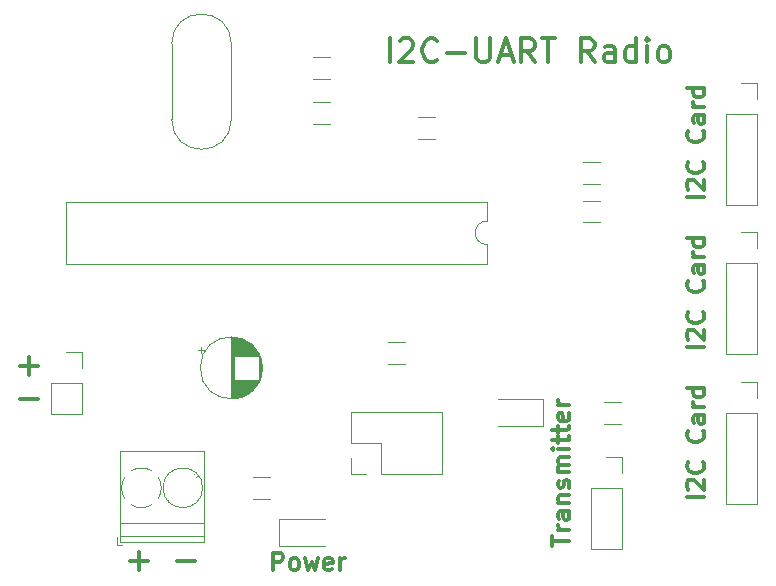
<source format=gbr>
%TF.GenerationSoftware,KiCad,Pcbnew,5.1.9+dfsg1-1+deb11u1*%
%TF.CreationDate,2022-11-29T20:17:50-05:00*%
%TF.ProjectId,Weather_Station_PCB,57656174-6865-4725-9f53-746174696f6e,rev?*%
%TF.SameCoordinates,Original*%
%TF.FileFunction,Legend,Top*%
%TF.FilePolarity,Positive*%
%FSLAX46Y46*%
G04 Gerber Fmt 4.6, Leading zero omitted, Abs format (unit mm)*
G04 Created by KiCad (PCBNEW 5.1.9+dfsg1-1+deb11u1) date 2022-11-29 20:17:50*
%MOMM*%
%LPD*%
G01*
G04 APERTURE LIST*
%ADD10C,0.300000*%
%ADD11C,0.120000*%
G04 APERTURE END LIST*
D10*
X158190476Y-71904761D02*
X158190476Y-69904761D01*
X159047619Y-70095238D02*
X159142857Y-70000000D01*
X159333333Y-69904761D01*
X159809523Y-69904761D01*
X160000000Y-70000000D01*
X160095238Y-70095238D01*
X160190476Y-70285714D01*
X160190476Y-70476190D01*
X160095238Y-70761904D01*
X158952380Y-71904761D01*
X160190476Y-71904761D01*
X162190476Y-71714285D02*
X162095238Y-71809523D01*
X161809523Y-71904761D01*
X161619047Y-71904761D01*
X161333333Y-71809523D01*
X161142857Y-71619047D01*
X161047619Y-71428571D01*
X160952380Y-71047619D01*
X160952380Y-70761904D01*
X161047619Y-70380952D01*
X161142857Y-70190476D01*
X161333333Y-70000000D01*
X161619047Y-69904761D01*
X161809523Y-69904761D01*
X162095238Y-70000000D01*
X162190476Y-70095238D01*
X163047619Y-71142857D02*
X164571428Y-71142857D01*
X165523809Y-69904761D02*
X165523809Y-71523809D01*
X165619047Y-71714285D01*
X165714285Y-71809523D01*
X165904761Y-71904761D01*
X166285714Y-71904761D01*
X166476190Y-71809523D01*
X166571428Y-71714285D01*
X166666666Y-71523809D01*
X166666666Y-69904761D01*
X167523809Y-71333333D02*
X168476190Y-71333333D01*
X167333333Y-71904761D02*
X168000000Y-69904761D01*
X168666666Y-71904761D01*
X170476190Y-71904761D02*
X169809523Y-70952380D01*
X169333333Y-71904761D02*
X169333333Y-69904761D01*
X170095238Y-69904761D01*
X170285714Y-70000000D01*
X170380952Y-70095238D01*
X170476190Y-70285714D01*
X170476190Y-70571428D01*
X170380952Y-70761904D01*
X170285714Y-70857142D01*
X170095238Y-70952380D01*
X169333333Y-70952380D01*
X171047619Y-69904761D02*
X172190476Y-69904761D01*
X171619047Y-71904761D02*
X171619047Y-69904761D01*
X175523809Y-71904761D02*
X174857142Y-70952380D01*
X174380952Y-71904761D02*
X174380952Y-69904761D01*
X175142857Y-69904761D01*
X175333333Y-70000000D01*
X175428571Y-70095238D01*
X175523809Y-70285714D01*
X175523809Y-70571428D01*
X175428571Y-70761904D01*
X175333333Y-70857142D01*
X175142857Y-70952380D01*
X174380952Y-70952380D01*
X177238095Y-71904761D02*
X177238095Y-70857142D01*
X177142857Y-70666666D01*
X176952380Y-70571428D01*
X176571428Y-70571428D01*
X176380952Y-70666666D01*
X177238095Y-71809523D02*
X177047619Y-71904761D01*
X176571428Y-71904761D01*
X176380952Y-71809523D01*
X176285714Y-71619047D01*
X176285714Y-71428571D01*
X176380952Y-71238095D01*
X176571428Y-71142857D01*
X177047619Y-71142857D01*
X177238095Y-71047619D01*
X179047619Y-71904761D02*
X179047619Y-69904761D01*
X179047619Y-71809523D02*
X178857142Y-71904761D01*
X178476190Y-71904761D01*
X178285714Y-71809523D01*
X178190476Y-71714285D01*
X178095238Y-71523809D01*
X178095238Y-70952380D01*
X178190476Y-70761904D01*
X178285714Y-70666666D01*
X178476190Y-70571428D01*
X178857142Y-70571428D01*
X179047619Y-70666666D01*
X180000000Y-71904761D02*
X180000000Y-70571428D01*
X180000000Y-69904761D02*
X179904761Y-70000000D01*
X180000000Y-70095238D01*
X180095238Y-70000000D01*
X180000000Y-69904761D01*
X180000000Y-70095238D01*
X181238095Y-71904761D02*
X181047619Y-71809523D01*
X180952380Y-71714285D01*
X180857142Y-71523809D01*
X180857142Y-70952380D01*
X180952380Y-70761904D01*
X181047619Y-70666666D01*
X181238095Y-70571428D01*
X181523809Y-70571428D01*
X181714285Y-70666666D01*
X181809523Y-70761904D01*
X181904761Y-70952380D01*
X181904761Y-71523809D01*
X181809523Y-71714285D01*
X181714285Y-71809523D01*
X181523809Y-71904761D01*
X181238095Y-71904761D01*
X148285714Y-114928571D02*
X148285714Y-113428571D01*
X148857142Y-113428571D01*
X149000000Y-113500000D01*
X149071428Y-113571428D01*
X149142857Y-113714285D01*
X149142857Y-113928571D01*
X149071428Y-114071428D01*
X149000000Y-114142857D01*
X148857142Y-114214285D01*
X148285714Y-114214285D01*
X150000000Y-114928571D02*
X149857142Y-114857142D01*
X149785714Y-114785714D01*
X149714285Y-114642857D01*
X149714285Y-114214285D01*
X149785714Y-114071428D01*
X149857142Y-114000000D01*
X150000000Y-113928571D01*
X150214285Y-113928571D01*
X150357142Y-114000000D01*
X150428571Y-114071428D01*
X150500000Y-114214285D01*
X150500000Y-114642857D01*
X150428571Y-114785714D01*
X150357142Y-114857142D01*
X150214285Y-114928571D01*
X150000000Y-114928571D01*
X151000000Y-113928571D02*
X151285714Y-114928571D01*
X151571428Y-114214285D01*
X151857142Y-114928571D01*
X152142857Y-113928571D01*
X153285714Y-114857142D02*
X153142857Y-114928571D01*
X152857142Y-114928571D01*
X152714285Y-114857142D01*
X152642857Y-114714285D01*
X152642857Y-114142857D01*
X152714285Y-114000000D01*
X152857142Y-113928571D01*
X153142857Y-113928571D01*
X153285714Y-114000000D01*
X153357142Y-114142857D01*
X153357142Y-114285714D01*
X152642857Y-114428571D01*
X154000000Y-114928571D02*
X154000000Y-113928571D01*
X154000000Y-114214285D02*
X154071428Y-114071428D01*
X154142857Y-114000000D01*
X154285714Y-113928571D01*
X154428571Y-113928571D01*
X126898095Y-100392857D02*
X128421904Y-100392857D01*
X126898095Y-97642857D02*
X128421904Y-97642857D01*
X127660000Y-98404761D02*
X127660000Y-96880952D01*
X140148095Y-114142857D02*
X141671904Y-114142857D01*
X136148095Y-114142857D02*
X137671904Y-114142857D01*
X136910000Y-114904761D02*
X136910000Y-113380952D01*
X171898571Y-112858571D02*
X171898571Y-112001428D01*
X173398571Y-112430000D02*
X171898571Y-112430000D01*
X173398571Y-111501428D02*
X172398571Y-111501428D01*
X172684285Y-111501428D02*
X172541428Y-111430000D01*
X172470000Y-111358571D01*
X172398571Y-111215714D01*
X172398571Y-111072857D01*
X173398571Y-109930000D02*
X172612857Y-109930000D01*
X172470000Y-110001428D01*
X172398571Y-110144285D01*
X172398571Y-110430000D01*
X172470000Y-110572857D01*
X173327142Y-109930000D02*
X173398571Y-110072857D01*
X173398571Y-110430000D01*
X173327142Y-110572857D01*
X173184285Y-110644285D01*
X173041428Y-110644285D01*
X172898571Y-110572857D01*
X172827142Y-110430000D01*
X172827142Y-110072857D01*
X172755714Y-109930000D01*
X172398571Y-109215714D02*
X173398571Y-109215714D01*
X172541428Y-109215714D02*
X172470000Y-109144285D01*
X172398571Y-109001428D01*
X172398571Y-108787142D01*
X172470000Y-108644285D01*
X172612857Y-108572857D01*
X173398571Y-108572857D01*
X173327142Y-107930000D02*
X173398571Y-107787142D01*
X173398571Y-107501428D01*
X173327142Y-107358571D01*
X173184285Y-107287142D01*
X173112857Y-107287142D01*
X172970000Y-107358571D01*
X172898571Y-107501428D01*
X172898571Y-107715714D01*
X172827142Y-107858571D01*
X172684285Y-107930000D01*
X172612857Y-107930000D01*
X172470000Y-107858571D01*
X172398571Y-107715714D01*
X172398571Y-107501428D01*
X172470000Y-107358571D01*
X173398571Y-106644285D02*
X172398571Y-106644285D01*
X172541428Y-106644285D02*
X172470000Y-106572857D01*
X172398571Y-106430000D01*
X172398571Y-106215714D01*
X172470000Y-106072857D01*
X172612857Y-106001428D01*
X173398571Y-106001428D01*
X172612857Y-106001428D02*
X172470000Y-105930000D01*
X172398571Y-105787142D01*
X172398571Y-105572857D01*
X172470000Y-105430000D01*
X172612857Y-105358571D01*
X173398571Y-105358571D01*
X173398571Y-104644285D02*
X172398571Y-104644285D01*
X171898571Y-104644285D02*
X171970000Y-104715714D01*
X172041428Y-104644285D01*
X171970000Y-104572857D01*
X171898571Y-104644285D01*
X172041428Y-104644285D01*
X172398571Y-104144285D02*
X172398571Y-103572857D01*
X171898571Y-103930000D02*
X173184285Y-103930000D01*
X173327142Y-103858571D01*
X173398571Y-103715714D01*
X173398571Y-103572857D01*
X172398571Y-103287142D02*
X172398571Y-102715714D01*
X171898571Y-103072857D02*
X173184285Y-103072857D01*
X173327142Y-103001428D01*
X173398571Y-102858571D01*
X173398571Y-102715714D01*
X173327142Y-101644285D02*
X173398571Y-101787142D01*
X173398571Y-102072857D01*
X173327142Y-102215714D01*
X173184285Y-102287142D01*
X172612857Y-102287142D01*
X172470000Y-102215714D01*
X172398571Y-102072857D01*
X172398571Y-101787142D01*
X172470000Y-101644285D01*
X172612857Y-101572857D01*
X172755714Y-101572857D01*
X172898571Y-102287142D01*
X173398571Y-100930000D02*
X172398571Y-100930000D01*
X172684285Y-100930000D02*
X172541428Y-100858571D01*
X172470000Y-100787142D01*
X172398571Y-100644285D01*
X172398571Y-100501428D01*
X184828571Y-83347142D02*
X183328571Y-83347142D01*
X183471428Y-82704285D02*
X183400000Y-82632857D01*
X183328571Y-82490000D01*
X183328571Y-82132857D01*
X183400000Y-81990000D01*
X183471428Y-81918571D01*
X183614285Y-81847142D01*
X183757142Y-81847142D01*
X183971428Y-81918571D01*
X184828571Y-82775714D01*
X184828571Y-81847142D01*
X184685714Y-80347142D02*
X184757142Y-80418571D01*
X184828571Y-80632857D01*
X184828571Y-80775714D01*
X184757142Y-80990000D01*
X184614285Y-81132857D01*
X184471428Y-81204285D01*
X184185714Y-81275714D01*
X183971428Y-81275714D01*
X183685714Y-81204285D01*
X183542857Y-81132857D01*
X183400000Y-80990000D01*
X183328571Y-80775714D01*
X183328571Y-80632857D01*
X183400000Y-80418571D01*
X183471428Y-80347142D01*
X184685714Y-77704285D02*
X184757142Y-77775714D01*
X184828571Y-77990000D01*
X184828571Y-78132857D01*
X184757142Y-78347142D01*
X184614285Y-78490000D01*
X184471428Y-78561428D01*
X184185714Y-78632857D01*
X183971428Y-78632857D01*
X183685714Y-78561428D01*
X183542857Y-78490000D01*
X183400000Y-78347142D01*
X183328571Y-78132857D01*
X183328571Y-77990000D01*
X183400000Y-77775714D01*
X183471428Y-77704285D01*
X184828571Y-76418571D02*
X184042857Y-76418571D01*
X183900000Y-76490000D01*
X183828571Y-76632857D01*
X183828571Y-76918571D01*
X183900000Y-77061428D01*
X184757142Y-76418571D02*
X184828571Y-76561428D01*
X184828571Y-76918571D01*
X184757142Y-77061428D01*
X184614285Y-77132857D01*
X184471428Y-77132857D01*
X184328571Y-77061428D01*
X184257142Y-76918571D01*
X184257142Y-76561428D01*
X184185714Y-76418571D01*
X184828571Y-75704285D02*
X183828571Y-75704285D01*
X184114285Y-75704285D02*
X183971428Y-75632857D01*
X183900000Y-75561428D01*
X183828571Y-75418571D01*
X183828571Y-75275714D01*
X184828571Y-74132857D02*
X183328571Y-74132857D01*
X184757142Y-74132857D02*
X184828571Y-74275714D01*
X184828571Y-74561428D01*
X184757142Y-74704285D01*
X184685714Y-74775714D01*
X184542857Y-74847142D01*
X184114285Y-74847142D01*
X183971428Y-74775714D01*
X183900000Y-74704285D01*
X183828571Y-74561428D01*
X183828571Y-74275714D01*
X183900000Y-74132857D01*
X184828571Y-96047142D02*
X183328571Y-96047142D01*
X183471428Y-95404285D02*
X183400000Y-95332857D01*
X183328571Y-95190000D01*
X183328571Y-94832857D01*
X183400000Y-94690000D01*
X183471428Y-94618571D01*
X183614285Y-94547142D01*
X183757142Y-94547142D01*
X183971428Y-94618571D01*
X184828571Y-95475714D01*
X184828571Y-94547142D01*
X184685714Y-93047142D02*
X184757142Y-93118571D01*
X184828571Y-93332857D01*
X184828571Y-93475714D01*
X184757142Y-93690000D01*
X184614285Y-93832857D01*
X184471428Y-93904285D01*
X184185714Y-93975714D01*
X183971428Y-93975714D01*
X183685714Y-93904285D01*
X183542857Y-93832857D01*
X183400000Y-93690000D01*
X183328571Y-93475714D01*
X183328571Y-93332857D01*
X183400000Y-93118571D01*
X183471428Y-93047142D01*
X184685714Y-90404285D02*
X184757142Y-90475714D01*
X184828571Y-90690000D01*
X184828571Y-90832857D01*
X184757142Y-91047142D01*
X184614285Y-91190000D01*
X184471428Y-91261428D01*
X184185714Y-91332857D01*
X183971428Y-91332857D01*
X183685714Y-91261428D01*
X183542857Y-91190000D01*
X183400000Y-91047142D01*
X183328571Y-90832857D01*
X183328571Y-90690000D01*
X183400000Y-90475714D01*
X183471428Y-90404285D01*
X184828571Y-89118571D02*
X184042857Y-89118571D01*
X183900000Y-89190000D01*
X183828571Y-89332857D01*
X183828571Y-89618571D01*
X183900000Y-89761428D01*
X184757142Y-89118571D02*
X184828571Y-89261428D01*
X184828571Y-89618571D01*
X184757142Y-89761428D01*
X184614285Y-89832857D01*
X184471428Y-89832857D01*
X184328571Y-89761428D01*
X184257142Y-89618571D01*
X184257142Y-89261428D01*
X184185714Y-89118571D01*
X184828571Y-88404285D02*
X183828571Y-88404285D01*
X184114285Y-88404285D02*
X183971428Y-88332857D01*
X183900000Y-88261428D01*
X183828571Y-88118571D01*
X183828571Y-87975714D01*
X184828571Y-86832857D02*
X183328571Y-86832857D01*
X184757142Y-86832857D02*
X184828571Y-86975714D01*
X184828571Y-87261428D01*
X184757142Y-87404285D01*
X184685714Y-87475714D01*
X184542857Y-87547142D01*
X184114285Y-87547142D01*
X183971428Y-87475714D01*
X183900000Y-87404285D01*
X183828571Y-87261428D01*
X183828571Y-86975714D01*
X183900000Y-86832857D01*
X184828571Y-108747142D02*
X183328571Y-108747142D01*
X183471428Y-108104285D02*
X183400000Y-108032857D01*
X183328571Y-107890000D01*
X183328571Y-107532857D01*
X183400000Y-107390000D01*
X183471428Y-107318571D01*
X183614285Y-107247142D01*
X183757142Y-107247142D01*
X183971428Y-107318571D01*
X184828571Y-108175714D01*
X184828571Y-107247142D01*
X184685714Y-105747142D02*
X184757142Y-105818571D01*
X184828571Y-106032857D01*
X184828571Y-106175714D01*
X184757142Y-106390000D01*
X184614285Y-106532857D01*
X184471428Y-106604285D01*
X184185714Y-106675714D01*
X183971428Y-106675714D01*
X183685714Y-106604285D01*
X183542857Y-106532857D01*
X183400000Y-106390000D01*
X183328571Y-106175714D01*
X183328571Y-106032857D01*
X183400000Y-105818571D01*
X183471428Y-105747142D01*
X184685714Y-103104285D02*
X184757142Y-103175714D01*
X184828571Y-103390000D01*
X184828571Y-103532857D01*
X184757142Y-103747142D01*
X184614285Y-103890000D01*
X184471428Y-103961428D01*
X184185714Y-104032857D01*
X183971428Y-104032857D01*
X183685714Y-103961428D01*
X183542857Y-103890000D01*
X183400000Y-103747142D01*
X183328571Y-103532857D01*
X183328571Y-103390000D01*
X183400000Y-103175714D01*
X183471428Y-103104285D01*
X184828571Y-101818571D02*
X184042857Y-101818571D01*
X183900000Y-101890000D01*
X183828571Y-102032857D01*
X183828571Y-102318571D01*
X183900000Y-102461428D01*
X184757142Y-101818571D02*
X184828571Y-101961428D01*
X184828571Y-102318571D01*
X184757142Y-102461428D01*
X184614285Y-102532857D01*
X184471428Y-102532857D01*
X184328571Y-102461428D01*
X184257142Y-102318571D01*
X184257142Y-101961428D01*
X184185714Y-101818571D01*
X184828571Y-101104285D02*
X183828571Y-101104285D01*
X184114285Y-101104285D02*
X183971428Y-101032857D01*
X183900000Y-100961428D01*
X183828571Y-100818571D01*
X183828571Y-100675714D01*
X184828571Y-99532857D02*
X183328571Y-99532857D01*
X184757142Y-99532857D02*
X184828571Y-99675714D01*
X184828571Y-99961428D01*
X184757142Y-100104285D01*
X184685714Y-100175714D01*
X184542857Y-100247142D01*
X184114285Y-100247142D01*
X183971428Y-100175714D01*
X183900000Y-100104285D01*
X183828571Y-99961428D01*
X183828571Y-99675714D01*
X183900000Y-99532857D01*
D11*
%TO.C,R6*%
X174532936Y-83660000D02*
X175987064Y-83660000D01*
X174532936Y-85480000D02*
X175987064Y-85480000D01*
%TO.C,R5*%
X174532936Y-80370000D02*
X175987064Y-80370000D01*
X174532936Y-82190000D02*
X175987064Y-82190000D01*
%TO.C,J8*%
X142340000Y-107950000D02*
G75*
G03*
X142340000Y-107950000I-1680000J0D01*
G01*
X135350000Y-112050000D02*
X142470000Y-112050000D01*
X135350000Y-110950000D02*
X142470000Y-110950000D01*
X135350000Y-104790000D02*
X142470000Y-104790000D01*
X135350000Y-112510000D02*
X142470000Y-112510000D01*
X135350000Y-104790000D02*
X135350000Y-112510000D01*
X142470000Y-104790000D02*
X142470000Y-112510000D01*
X141935000Y-106881000D02*
X141806000Y-107009000D01*
X139685000Y-109131000D02*
X139591000Y-109224000D01*
X141730000Y-106675000D02*
X141636000Y-106769000D01*
X139515000Y-108891000D02*
X139386000Y-109019000D01*
X135110000Y-112110000D02*
X135110000Y-112750000D01*
X135110000Y-112750000D02*
X135510000Y-112750000D01*
X137188674Y-109630099D02*
G75*
G02*
X136294000Y-109390000I-28674J1680099D01*
G01*
X135734642Y-108839894D02*
G75*
G02*
X135720000Y-107084000I1425358J889894D01*
G01*
X136270106Y-106524642D02*
G75*
G02*
X138026000Y-106510000I889894J-1425358D01*
G01*
X138585505Y-107059807D02*
G75*
G02*
X138585000Y-108841000I-1425505J-890193D01*
G01*
X138050264Y-109374721D02*
G75*
G02*
X137160000Y-109630000I-890264J1424721D01*
G01*
%TO.C,C1*%
X147380000Y-97790000D02*
G75*
G03*
X147380000Y-97790000I-2620000J0D01*
G01*
X144760000Y-95210000D02*
X144760000Y-100370000D01*
X144800000Y-95210000D02*
X144800000Y-100370000D01*
X144840000Y-95211000D02*
X144840000Y-100369000D01*
X144880000Y-95212000D02*
X144880000Y-100368000D01*
X144920000Y-95214000D02*
X144920000Y-100366000D01*
X144960000Y-95217000D02*
X144960000Y-100363000D01*
X145000000Y-95221000D02*
X145000000Y-96750000D01*
X145000000Y-98830000D02*
X145000000Y-100359000D01*
X145040000Y-95225000D02*
X145040000Y-96750000D01*
X145040000Y-98830000D02*
X145040000Y-100355000D01*
X145080000Y-95229000D02*
X145080000Y-96750000D01*
X145080000Y-98830000D02*
X145080000Y-100351000D01*
X145120000Y-95234000D02*
X145120000Y-96750000D01*
X145120000Y-98830000D02*
X145120000Y-100346000D01*
X145160000Y-95240000D02*
X145160000Y-96750000D01*
X145160000Y-98830000D02*
X145160000Y-100340000D01*
X145200000Y-95247000D02*
X145200000Y-96750000D01*
X145200000Y-98830000D02*
X145200000Y-100333000D01*
X145240000Y-95254000D02*
X145240000Y-96750000D01*
X145240000Y-98830000D02*
X145240000Y-100326000D01*
X145280000Y-95262000D02*
X145280000Y-96750000D01*
X145280000Y-98830000D02*
X145280000Y-100318000D01*
X145320000Y-95270000D02*
X145320000Y-96750000D01*
X145320000Y-98830000D02*
X145320000Y-100310000D01*
X145360000Y-95279000D02*
X145360000Y-96750000D01*
X145360000Y-98830000D02*
X145360000Y-100301000D01*
X145400000Y-95289000D02*
X145400000Y-96750000D01*
X145400000Y-98830000D02*
X145400000Y-100291000D01*
X145440000Y-95299000D02*
X145440000Y-96750000D01*
X145440000Y-98830000D02*
X145440000Y-100281000D01*
X145481000Y-95310000D02*
X145481000Y-96750000D01*
X145481000Y-98830000D02*
X145481000Y-100270000D01*
X145521000Y-95322000D02*
X145521000Y-96750000D01*
X145521000Y-98830000D02*
X145521000Y-100258000D01*
X145561000Y-95335000D02*
X145561000Y-96750000D01*
X145561000Y-98830000D02*
X145561000Y-100245000D01*
X145601000Y-95348000D02*
X145601000Y-96750000D01*
X145601000Y-98830000D02*
X145601000Y-100232000D01*
X145641000Y-95362000D02*
X145641000Y-96750000D01*
X145641000Y-98830000D02*
X145641000Y-100218000D01*
X145681000Y-95376000D02*
X145681000Y-96750000D01*
X145681000Y-98830000D02*
X145681000Y-100204000D01*
X145721000Y-95392000D02*
X145721000Y-96750000D01*
X145721000Y-98830000D02*
X145721000Y-100188000D01*
X145761000Y-95408000D02*
X145761000Y-96750000D01*
X145761000Y-98830000D02*
X145761000Y-100172000D01*
X145801000Y-95425000D02*
X145801000Y-96750000D01*
X145801000Y-98830000D02*
X145801000Y-100155000D01*
X145841000Y-95442000D02*
X145841000Y-96750000D01*
X145841000Y-98830000D02*
X145841000Y-100138000D01*
X145881000Y-95461000D02*
X145881000Y-96750000D01*
X145881000Y-98830000D02*
X145881000Y-100119000D01*
X145921000Y-95480000D02*
X145921000Y-96750000D01*
X145921000Y-98830000D02*
X145921000Y-100100000D01*
X145961000Y-95500000D02*
X145961000Y-96750000D01*
X145961000Y-98830000D02*
X145961000Y-100080000D01*
X146001000Y-95522000D02*
X146001000Y-96750000D01*
X146001000Y-98830000D02*
X146001000Y-100058000D01*
X146041000Y-95543000D02*
X146041000Y-96750000D01*
X146041000Y-98830000D02*
X146041000Y-100037000D01*
X146081000Y-95566000D02*
X146081000Y-96750000D01*
X146081000Y-98830000D02*
X146081000Y-100014000D01*
X146121000Y-95590000D02*
X146121000Y-96750000D01*
X146121000Y-98830000D02*
X146121000Y-99990000D01*
X146161000Y-95615000D02*
X146161000Y-96750000D01*
X146161000Y-98830000D02*
X146161000Y-99965000D01*
X146201000Y-95641000D02*
X146201000Y-96750000D01*
X146201000Y-98830000D02*
X146201000Y-99939000D01*
X146241000Y-95668000D02*
X146241000Y-96750000D01*
X146241000Y-98830000D02*
X146241000Y-99912000D01*
X146281000Y-95695000D02*
X146281000Y-96750000D01*
X146281000Y-98830000D02*
X146281000Y-99885000D01*
X146321000Y-95725000D02*
X146321000Y-96750000D01*
X146321000Y-98830000D02*
X146321000Y-99855000D01*
X146361000Y-95755000D02*
X146361000Y-96750000D01*
X146361000Y-98830000D02*
X146361000Y-99825000D01*
X146401000Y-95786000D02*
X146401000Y-96750000D01*
X146401000Y-98830000D02*
X146401000Y-99794000D01*
X146441000Y-95819000D02*
X146441000Y-96750000D01*
X146441000Y-98830000D02*
X146441000Y-99761000D01*
X146481000Y-95853000D02*
X146481000Y-96750000D01*
X146481000Y-98830000D02*
X146481000Y-99727000D01*
X146521000Y-95889000D02*
X146521000Y-96750000D01*
X146521000Y-98830000D02*
X146521000Y-99691000D01*
X146561000Y-95926000D02*
X146561000Y-96750000D01*
X146561000Y-98830000D02*
X146561000Y-99654000D01*
X146601000Y-95964000D02*
X146601000Y-96750000D01*
X146601000Y-98830000D02*
X146601000Y-99616000D01*
X146641000Y-96005000D02*
X146641000Y-96750000D01*
X146641000Y-98830000D02*
X146641000Y-99575000D01*
X146681000Y-96047000D02*
X146681000Y-96750000D01*
X146681000Y-98830000D02*
X146681000Y-99533000D01*
X146721000Y-96091000D02*
X146721000Y-96750000D01*
X146721000Y-98830000D02*
X146721000Y-99489000D01*
X146761000Y-96137000D02*
X146761000Y-96750000D01*
X146761000Y-98830000D02*
X146761000Y-99443000D01*
X146801000Y-96185000D02*
X146801000Y-96750000D01*
X146801000Y-98830000D02*
X146801000Y-99395000D01*
X146841000Y-96236000D02*
X146841000Y-96750000D01*
X146841000Y-98830000D02*
X146841000Y-99344000D01*
X146881000Y-96290000D02*
X146881000Y-96750000D01*
X146881000Y-98830000D02*
X146881000Y-99290000D01*
X146921000Y-96347000D02*
X146921000Y-96750000D01*
X146921000Y-98830000D02*
X146921000Y-99233000D01*
X146961000Y-96407000D02*
X146961000Y-96750000D01*
X146961000Y-98830000D02*
X146961000Y-99173000D01*
X147001000Y-96471000D02*
X147001000Y-96750000D01*
X147001000Y-98830000D02*
X147001000Y-99109000D01*
X147041000Y-96539000D02*
X147041000Y-96750000D01*
X147041000Y-98830000D02*
X147041000Y-99041000D01*
X147081000Y-96612000D02*
X147081000Y-98968000D01*
X147121000Y-96692000D02*
X147121000Y-98888000D01*
X147161000Y-96779000D02*
X147161000Y-98801000D01*
X147201000Y-96875000D02*
X147201000Y-98705000D01*
X147241000Y-96985000D02*
X147241000Y-98595000D01*
X147281000Y-97113000D02*
X147281000Y-98467000D01*
X147321000Y-97272000D02*
X147321000Y-98308000D01*
X147361000Y-97506000D02*
X147361000Y-98074000D01*
X141955225Y-96315000D02*
X142455225Y-96315000D01*
X142205225Y-96065000D02*
X142205225Y-96565000D01*
%TO.C,R4*%
X162017064Y-78380000D02*
X160562936Y-78380000D01*
X162017064Y-76560000D02*
X160562936Y-76560000D01*
%TO.C,J7*%
X186630000Y-88900000D02*
X189290000Y-88900000D01*
X186630000Y-88900000D02*
X186630000Y-96580000D01*
X186630000Y-96580000D02*
X189290000Y-96580000D01*
X189290000Y-88900000D02*
X189290000Y-96580000D01*
X189290000Y-86300000D02*
X189290000Y-87630000D01*
X187960000Y-86300000D02*
X189290000Y-86300000D01*
%TO.C,J6*%
X186630000Y-76290000D02*
X189290000Y-76290000D01*
X186630000Y-76290000D02*
X186630000Y-83970000D01*
X186630000Y-83970000D02*
X189290000Y-83970000D01*
X189290000Y-76290000D02*
X189290000Y-83970000D01*
X189290000Y-73690000D02*
X189290000Y-75020000D01*
X187960000Y-73690000D02*
X189290000Y-73690000D01*
%TO.C,J5*%
X186630000Y-101600000D02*
X189290000Y-101600000D01*
X186630000Y-101600000D02*
X186630000Y-109280000D01*
X186630000Y-109280000D02*
X189290000Y-109280000D01*
X189290000Y-101600000D02*
X189290000Y-109280000D01*
X189290000Y-99000000D02*
X189290000Y-100330000D01*
X187960000Y-99000000D02*
X189290000Y-99000000D01*
%TO.C,J3*%
X144765000Y-70360000D02*
X144765000Y-76760000D01*
X139715000Y-70360000D02*
X139715000Y-76760000D01*
X139715000Y-76760000D02*
G75*
G03*
X144765000Y-76760000I2525000J0D01*
G01*
X139715000Y-70360000D02*
G75*
G02*
X144765000Y-70360000I2525000J0D01*
G01*
%TO.C,U1*%
X166430000Y-89010000D02*
X166430000Y-87360000D01*
X130750000Y-89010000D02*
X166430000Y-89010000D01*
X130750000Y-83710000D02*
X130750000Y-89010000D01*
X166430000Y-83710000D02*
X130750000Y-83710000D01*
X166430000Y-85360000D02*
X166430000Y-83710000D01*
X166430000Y-87360000D02*
G75*
G02*
X166430000Y-85360000I0J1000000D01*
G01*
%TO.C,J4*%
X176530000Y-105350000D02*
X177860000Y-105350000D01*
X177860000Y-105350000D02*
X177860000Y-106680000D01*
X177860000Y-107950000D02*
X177860000Y-113090000D01*
X175200000Y-113090000D02*
X177860000Y-113090000D01*
X175200000Y-107950000D02*
X175200000Y-113090000D01*
X175200000Y-107950000D02*
X177860000Y-107950000D01*
%TO.C,J2*%
X154880000Y-106740000D02*
X154880000Y-105410000D01*
X156210000Y-106740000D02*
X154880000Y-106740000D01*
X154880000Y-104140000D02*
X154880000Y-101540000D01*
X157480000Y-104140000D02*
X154880000Y-104140000D01*
X157480000Y-106740000D02*
X157480000Y-104140000D01*
X154880000Y-101540000D02*
X162620000Y-101540000D01*
X157480000Y-106740000D02*
X162620000Y-106740000D01*
X162620000Y-106740000D02*
X162620000Y-101540000D01*
%TO.C,J1*%
X130810000Y-96460000D02*
X132140000Y-96460000D01*
X132140000Y-96460000D02*
X132140000Y-97790000D01*
X132140000Y-99060000D02*
X132140000Y-101660000D01*
X129480000Y-101660000D02*
X132140000Y-101660000D01*
X129480000Y-99060000D02*
X129480000Y-101660000D01*
X129480000Y-99060000D02*
X132140000Y-99060000D01*
%TO.C,C2*%
X151688748Y-73300000D02*
X153111252Y-73300000D01*
X151688748Y-71480000D02*
X153111252Y-71480000D01*
%TO.C,C3*%
X151688748Y-75290000D02*
X153111252Y-75290000D01*
X151688748Y-77110000D02*
X153111252Y-77110000D01*
%TO.C,D1*%
X171195000Y-100465000D02*
X167310000Y-100465000D01*
X171195000Y-102735000D02*
X171195000Y-100465000D01*
X167310000Y-102735000D02*
X171195000Y-102735000D01*
%TO.C,D2*%
X152730000Y-110625000D02*
X148845000Y-110625000D01*
X148845000Y-110625000D02*
X148845000Y-112895000D01*
X148845000Y-112895000D02*
X152730000Y-112895000D01*
%TO.C,R1*%
X159477064Y-95610000D02*
X158022936Y-95610000D01*
X159477064Y-97430000D02*
X158022936Y-97430000D01*
%TO.C,R2*%
X176310936Y-100690000D02*
X177765064Y-100690000D01*
X176310936Y-102510000D02*
X177765064Y-102510000D01*
%TO.C,R3*%
X146592936Y-108860000D02*
X148047064Y-108860000D01*
X146592936Y-107040000D02*
X148047064Y-107040000D01*
%TD*%
M02*

</source>
